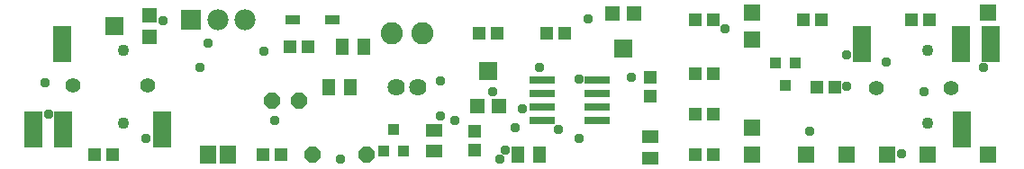
<source format=gts>
G75*
%MOIN*%
%OFA0B0*%
%FSLAX25Y25*%
%IPPOS*%
%LPD*%
%AMOC8*
5,1,8,0,0,1.08239X$1,22.5*
%
%ADD10C,0.08200*%
%ADD11R,0.06312X0.05131*%
%ADD12R,0.05131X0.06312*%
%ADD13OC8,0.06000*%
%ADD14R,0.06312X0.06312*%
%ADD15R,0.05524X0.03556*%
%ADD16R,0.09461X0.03162*%
%ADD17C,0.07800*%
%ADD18R,0.07800X0.07800*%
%ADD19C,0.06400*%
%ADD20C,0.04343*%
%ADD21R,0.03950X0.04343*%
%ADD22R,0.04737X0.05131*%
%ADD23R,0.05918X0.06706*%
%ADD24R,0.05131X0.04737*%
%ADD25R,0.06706X0.07099*%
%ADD26R,0.05524X0.05524*%
%ADD27R,0.06800X0.13300*%
%ADD28C,0.05524*%
%ADD29R,0.06343X0.06343*%
%ADD30R,0.07099X0.06706*%
%ADD31C,0.03778*%
D10*
X0153556Y0061300D03*
X0164956Y0061300D03*
D11*
X0169256Y0025237D03*
X0169256Y0017363D03*
X0249256Y0014863D03*
X0249256Y0022737D03*
D12*
X0208193Y0016300D03*
X0200319Y0016300D03*
X0138193Y0041300D03*
X0130319Y0041300D03*
X0135319Y0056300D03*
X0143193Y0056300D03*
D13*
X0119256Y0036300D03*
X0109256Y0036300D03*
X0124256Y0016300D03*
X0144256Y0016300D03*
D14*
X0306776Y0016300D03*
X0321736Y0016300D03*
X0336776Y0016300D03*
X0351736Y0016300D03*
D15*
X0131539Y0066300D03*
X0116972Y0066300D03*
D16*
X0209020Y0043800D03*
X0229492Y0043800D03*
X0229492Y0038800D03*
X0209020Y0038800D03*
X0209020Y0033800D03*
X0229492Y0033800D03*
X0229492Y0028800D03*
X0209020Y0028800D03*
D17*
X0099256Y0066300D03*
X0089256Y0066300D03*
D18*
X0079256Y0066300D03*
D19*
X0155319Y0041300D03*
X0163193Y0041300D03*
D20*
X0054256Y0027914D03*
X0054256Y0054686D03*
X0351756Y0054686D03*
X0351756Y0027914D03*
D21*
X0299256Y0041969D03*
X0302996Y0050237D03*
X0295516Y0050237D03*
X0154256Y0025631D03*
X0157996Y0017363D03*
X0150516Y0017363D03*
D22*
X0043409Y0016300D03*
X0050102Y0016300D03*
X0105909Y0016300D03*
X0112602Y0016300D03*
X0265909Y0016300D03*
X0272602Y0016300D03*
X0272602Y0031300D03*
X0265909Y0031300D03*
X0310909Y0041300D03*
X0317602Y0041300D03*
X0272602Y0046300D03*
X0265909Y0046300D03*
X0217602Y0061300D03*
X0210909Y0061300D03*
X0192602Y0061300D03*
X0185909Y0061300D03*
X0122602Y0056300D03*
X0115909Y0056300D03*
X0265909Y0066300D03*
X0272602Y0066300D03*
X0305909Y0066300D03*
X0312602Y0066300D03*
X0345909Y0066300D03*
X0352602Y0066300D03*
D23*
X0092996Y0016300D03*
X0085516Y0016300D03*
D24*
X0184256Y0017954D03*
X0184256Y0024646D03*
X0249256Y0037954D03*
X0249256Y0044646D03*
D25*
X0239256Y0055394D03*
X0189256Y0047206D03*
D26*
X0193193Y0034115D03*
X0185319Y0034115D03*
X0063941Y0059863D03*
X0063941Y0067737D03*
X0235319Y0068485D03*
X0243193Y0068485D03*
D27*
X0327591Y0057050D03*
X0364157Y0057050D03*
X0375080Y0057050D03*
X0364346Y0025440D03*
X0068421Y0025550D03*
X0031854Y0025550D03*
X0020932Y0025550D03*
X0031665Y0057160D03*
D28*
X0035555Y0041772D03*
X0063114Y0041772D03*
X0332898Y0040828D03*
X0360457Y0040828D03*
D29*
X0286756Y0026300D03*
X0286756Y0016300D03*
X0374256Y0016300D03*
X0286756Y0058800D03*
X0286756Y0068800D03*
X0374256Y0068800D03*
D30*
X0050850Y0063800D03*
D31*
X0068717Y0065697D03*
X0085365Y0057372D03*
X0106176Y0054598D03*
X0082591Y0048354D03*
X0025013Y0042805D03*
X0026401Y0031012D03*
X0062473Y0021994D03*
X0110339Y0028931D03*
X0171384Y0030318D03*
X0176934Y0028931D03*
X0199132Y0026156D03*
X0215087Y0025462D03*
X0222718Y0021994D03*
X0195664Y0017831D03*
X0193583Y0014363D03*
X0134618Y0014363D03*
X0201907Y0033093D03*
X0190808Y0039336D03*
X0171384Y0043498D03*
X0208150Y0048354D03*
X0222718Y0044192D03*
X0242142Y0044886D03*
X0321917Y0041417D03*
X0350359Y0039336D03*
X0372557Y0048354D03*
X0336485Y0050435D03*
X0321917Y0053210D03*
X0276827Y0062922D03*
X0226187Y0066391D03*
X0308043Y0024769D03*
X0342035Y0016444D03*
M02*

</source>
